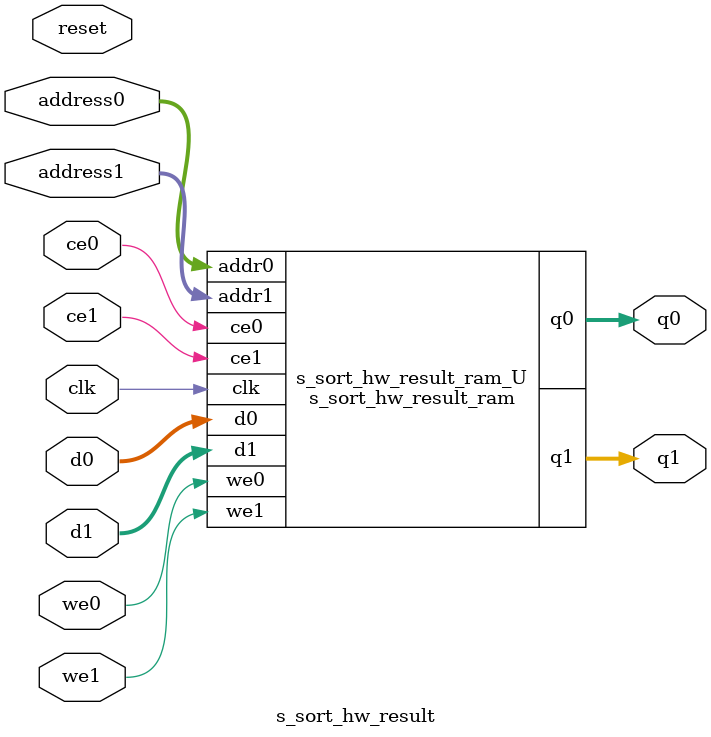
<source format=v>
`timescale 1 ns / 1 ps
module s_sort_hw_result_ram (addr0, ce0, d0, we0, q0, addr1, ce1, d1, we1, q1,  clk);

parameter DWIDTH = 32;
parameter AWIDTH = 4;
parameter MEM_SIZE = 10;

input[AWIDTH-1:0] addr0;
input ce0;
input[DWIDTH-1:0] d0;
input we0;
output reg[DWIDTH-1:0] q0;
input[AWIDTH-1:0] addr1;
input ce1;
input[DWIDTH-1:0] d1;
input we1;
output reg[DWIDTH-1:0] q1;
input clk;

(* ram_style = "block" *)reg [DWIDTH-1:0] ram[0:MEM_SIZE-1];




always @(posedge clk)  
begin 
    if (ce0) 
    begin
        if (we0) 
        begin 
            ram[addr0] <= d0; 
        end 
        q0 <= ram[addr0];
    end
end


always @(posedge clk)  
begin 
    if (ce1) 
    begin
        if (we1) 
        begin 
            ram[addr1] <= d1; 
        end 
        q1 <= ram[addr1];
    end
end


endmodule

`timescale 1 ns / 1 ps
module s_sort_hw_result(
    reset,
    clk,
    address0,
    ce0,
    we0,
    d0,
    q0,
    address1,
    ce1,
    we1,
    d1,
    q1);

parameter DataWidth = 32'd32;
parameter AddressRange = 32'd10;
parameter AddressWidth = 32'd4;
input reset;
input clk;
input[AddressWidth - 1:0] address0;
input ce0;
input we0;
input[DataWidth - 1:0] d0;
output[DataWidth - 1:0] q0;
input[AddressWidth - 1:0] address1;
input ce1;
input we1;
input[DataWidth - 1:0] d1;
output[DataWidth - 1:0] q1;



s_sort_hw_result_ram s_sort_hw_result_ram_U(
    .clk( clk ),
    .addr0( address0 ),
    .ce0( ce0 ),
    .we0( we0 ),
    .d0( d0 ),
    .q0( q0 ),
    .addr1( address1 ),
    .ce1( ce1 ),
    .we1( we1 ),
    .d1( d1 ),
    .q1( q1 ));

endmodule


</source>
